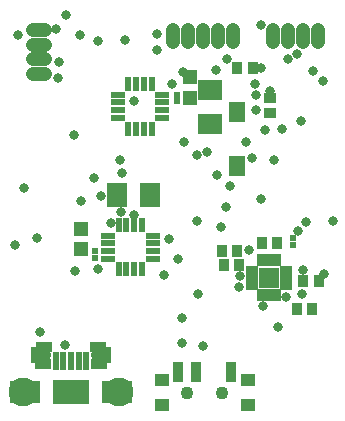
<source format=gbs>
G75*
%MOIN*%
%OFA0B0*%
%FSLAX24Y24*%
%IPPOS*%
%LPD*%
%AMOC8*
5,1,8,0,0,1.08239X$1,22.5*
%
%ADD10R,0.0434X0.0356*%
%ADD11R,0.0580X0.0680*%
%ADD12R,0.0356X0.0434*%
%ADD13R,0.0356X0.0671*%
%ADD14R,0.0474X0.0395*%
%ADD15C,0.0434*%
%ADD16R,0.0454X0.0198*%
%ADD17R,0.0198X0.0454*%
%ADD18R,0.0789X0.0710*%
%ADD19R,0.0474X0.0513*%
%ADD20C,0.0477*%
%ADD21R,0.0210X0.0222*%
%ADD22R,0.0710X0.0789*%
%ADD23R,0.0709X0.0709*%
%ADD24R,0.0415X0.0190*%
%ADD25R,0.0190X0.0415*%
%ADD26R,0.0198X0.0198*%
%ADD27R,0.1185X0.0791*%
%ADD28R,0.1010X0.0738*%
%ADD29R,0.1015X0.0743*%
%ADD30R,0.0237X0.0611*%
%ADD31C,0.0966*%
%ADD32R,0.0330X0.0580*%
%ADD33R,0.0580X0.0330*%
%ADD34C,0.0415*%
%ADD35C,0.0320*%
%ADD36C,0.0330*%
D10*
X010004Y010837D03*
X010004Y011349D03*
D11*
X008908Y010889D03*
X008908Y009089D03*
D12*
X009715Y006498D03*
X010227Y006498D03*
X008967Y005788D03*
X008897Y006238D03*
X008455Y005788D03*
X008385Y006238D03*
X010885Y004308D03*
X011397Y004308D03*
X011617Y005248D03*
X011105Y005248D03*
X009421Y012350D03*
X008909Y012350D03*
D13*
X008704Y002216D03*
X007523Y002216D03*
X006932Y002216D03*
D14*
X006381Y001940D03*
X006381Y001113D03*
X009255Y001113D03*
X009255Y001940D03*
D15*
X008409Y001527D03*
X007227Y001527D03*
D16*
X006086Y005996D03*
X006086Y006252D03*
X006086Y006508D03*
X006086Y006764D03*
X004589Y006764D03*
X004589Y006508D03*
X004589Y006252D03*
X004589Y005996D03*
X004913Y010694D03*
X004913Y010950D03*
X004913Y011206D03*
X004913Y011462D03*
X006409Y011462D03*
X006409Y011206D03*
X006409Y010950D03*
X006409Y010694D03*
D17*
X006045Y010330D03*
X005789Y010330D03*
X005533Y010330D03*
X005277Y010330D03*
X005277Y011826D03*
X005533Y011826D03*
X005789Y011826D03*
X006045Y011826D03*
X005721Y007128D03*
X005465Y007128D03*
X005210Y007128D03*
X004954Y007128D03*
X004954Y005632D03*
X005210Y005632D03*
X005465Y005632D03*
X005721Y005632D03*
D18*
X008001Y010497D03*
X008001Y011599D03*
D19*
X007334Y011364D03*
X007334Y012033D03*
X003684Y006990D03*
X003684Y006321D03*
D20*
X002481Y012146D02*
X002084Y012146D01*
X002084Y012638D02*
X002481Y012638D01*
X002481Y013130D02*
X002084Y013130D01*
X002084Y013622D02*
X002481Y013622D01*
X006777Y013599D02*
X006777Y013203D01*
X007269Y013203D02*
X007269Y013599D01*
X007761Y013599D02*
X007761Y013203D01*
X008253Y013203D02*
X008253Y013599D01*
X008745Y013599D02*
X008745Y013203D01*
X010111Y013203D02*
X010111Y013599D01*
X010603Y013599D02*
X010603Y013203D01*
X011095Y013203D02*
X011095Y013599D01*
X011587Y013599D02*
X011587Y013203D01*
D21*
X006889Y011454D03*
X006889Y011234D03*
X004149Y006250D03*
X004149Y006029D03*
D22*
X004902Y008128D03*
X006004Y008128D03*
D23*
X009961Y005358D03*
D24*
X010542Y005260D03*
X010542Y005063D03*
X010542Y005457D03*
X010542Y005653D03*
X009380Y005653D03*
X009380Y005457D03*
X009380Y005260D03*
X009380Y005063D03*
D25*
X009666Y004777D03*
X009863Y004777D03*
X010060Y004777D03*
X010256Y004777D03*
X010256Y005939D03*
X010060Y005939D03*
X009863Y005939D03*
X009666Y005939D03*
D26*
X010761Y006460D03*
X010761Y006696D03*
D27*
X003363Y001536D03*
D28*
X004895Y001538D03*
D29*
X001825Y001536D03*
D30*
X002849Y002591D03*
X003105Y002591D03*
X003361Y002591D03*
X003617Y002591D03*
X003873Y002591D03*
D31*
X001752Y001538D03*
X004970Y001542D03*
D32*
X004531Y002778D03*
X002191Y002778D03*
D33*
X002461Y003058D03*
X002431Y002468D03*
X004291Y002468D03*
X004251Y003058D03*
D34*
X004237Y002768D03*
X002485Y002768D03*
D35*
X003171Y003128D03*
X004254Y005659D03*
X004701Y007191D03*
X005037Y007538D03*
X005472Y007437D03*
X004371Y008097D03*
X004112Y008674D03*
X003680Y007900D03*
X002229Y006694D03*
X001488Y006447D03*
X001780Y008362D03*
X003457Y010102D03*
X005008Y009268D03*
X005071Y008858D03*
X007141Y009888D03*
X007575Y009449D03*
X007909Y009551D03*
X008222Y008780D03*
X008649Y008426D03*
X008541Y007728D03*
X007550Y007255D03*
X006644Y006654D03*
X006922Y005992D03*
X009281Y006288D03*
X009694Y007997D03*
X009405Y009355D03*
X009191Y009888D03*
X009819Y010280D03*
X010392Y010324D03*
X011034Y010567D03*
X009994Y011584D03*
X009521Y011458D03*
X009501Y011808D03*
X009687Y012353D03*
X010602Y012638D03*
X010889Y012805D03*
X011431Y012258D03*
X011751Y011928D03*
X009701Y013788D03*
X008545Y012656D03*
X008182Y012278D03*
X007082Y012214D03*
X006729Y011823D03*
X006237Y012935D03*
X006237Y013466D03*
X005166Y013296D03*
X004273Y013247D03*
X003655Y013441D03*
X002871Y013638D03*
X003205Y014126D03*
X002951Y012548D03*
X002941Y012008D03*
X001591Y013438D03*
X005477Y011240D03*
X008241Y013413D03*
X009544Y010945D03*
X011191Y007198D03*
X010931Y006928D03*
X012081Y007258D03*
X011811Y005488D03*
D36*
X011101Y005618D03*
X011051Y004798D03*
X010531Y004728D03*
X009761Y004398D03*
X010251Y003728D03*
X008946Y005058D03*
X008981Y005398D03*
X007611Y004798D03*
X007051Y004008D03*
X007051Y003188D03*
X007761Y003088D03*
X006451Y005438D03*
X008371Y007038D03*
X010131Y009278D03*
X003481Y005568D03*
X002331Y003538D03*
M02*

</source>
